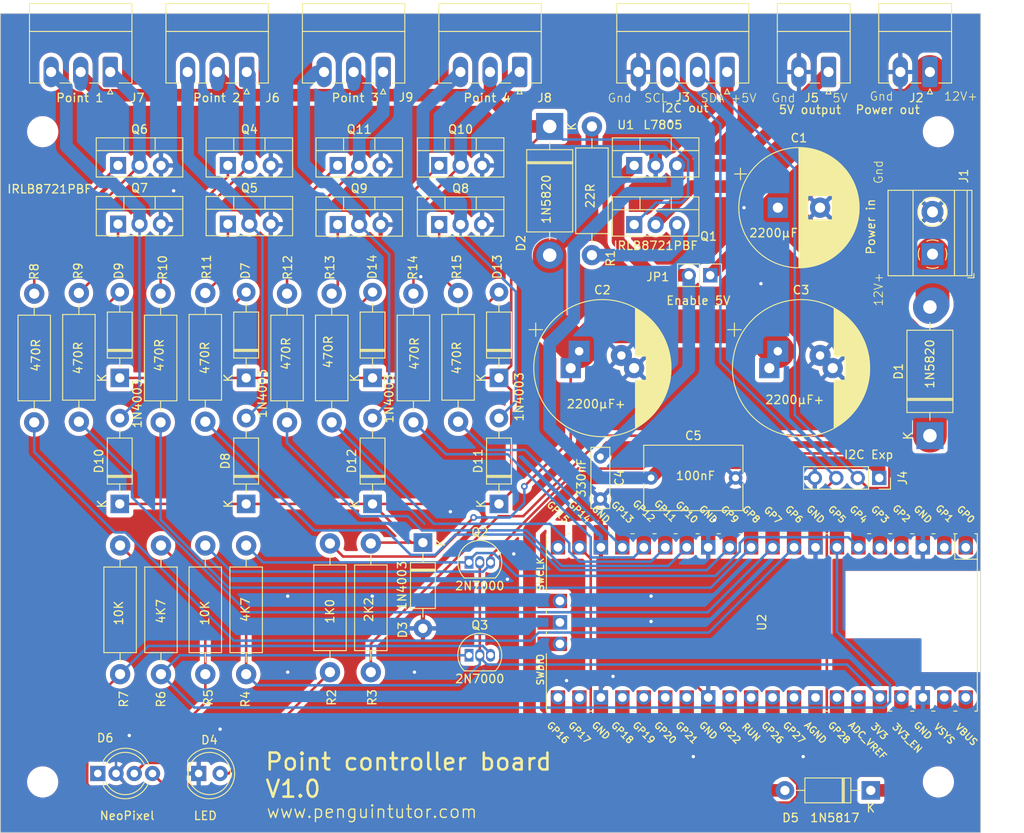
<source format=kicad_pcb>
(kicad_pcb (version 20221018) (generator pcbnew)
  (layers (0 "F.Cu" signal) (31 "B.Cu" signal) (34 "B.Paste" user) (35 "F.Paste" user) (36 "B.SilkS" user "B.Silkscreen") (37 "F.SilkS" user "F.Silkscreen") (38 "B.Mask" user) (39 "F.Mask" user) (44 "Edge.Cuts" user))
  (net 0 "")
  (net 1 "+12V")
  (net 2 "GND")
  (net 3 "Net-(D2-A)")
  (net 4 "Net-(JP1-B)")
  (net 5 "+5V")
  (net 6 "Net-(D1-A)")
  (net 7 "CDU")
  (net 8 "Net-(D4-A)")
  (net 9 "Net-(D5-K)")
  (net 11 "Status")
  (net 12 "Net-(D7-A)")
  (net 13 "Net-(D8-A)")
  (net 14 "Net-(D9-A)")
  (net 15 "Net-(D10-A)")
  (net 16 "Net-(D11-A)")
  (net 17 "Net-(D12-A)")
  (net 18 "Net-(D13-A)")
  (net 19 "Net-(D14-A)")
  (net 20 "I2C 5V SDA")
  (net 21 "I2C 5V SCL")
  (net 22 "Net-(Q1-S)")
  (net 23 "I2C SDA")
  (net 24 "+3.3V")
  (net 25 "I2C SCL")
  (net 26 "Net-(Q4-G)")
  (net 27 "Net-(Q5-G)")
  (net 28 "Net-(Q6-G)")
  (net 29 "Net-(Q7-G)")
  (net 30 "Net-(Q8-G)")
  (net 31 "Net-(Q9-G)")
  (net 32 "Net-(Q10-G)")
  (net 33 "Net-(Q11-G)")
  (net 34 "Point 1A")
  (net 35 "Point 1B")
  (net 36 "Point 2A")
  (net 37 "Point 2B")
  (net 38 "Point 3A")
  (net 39 "Point 3B")
  (net 40 "Point 4A")
  (net 41 "Point 4B")
  (footprint "Package_TO_SOT_THT:TO-220-3_Vertical" (layer "F.Cu") (at 57.92 40.945)
    (fp_text reference "Q7")
    (fp_text value "IRLB8721PBF")
  )
  (footprint "Package_TO_SOT_THT:TO-220-3_Vertical" (layer "F.Cu") (at 119 41)
    (fp_text reference "Q1")
    (fp_text value "IRLB8721PBF")
  )
  (footprint "Resistor_THT:R_Axial_DIN0411_L9.9mm_D3.6mm_P15.24mm_Horizontal" (layer "F.Cu") (at 62.959089 64.419999 90)
    (fp_text reference "R10")
    (fp_text value "470R")
  )
  (footprint "LED_THT:LED_D5.0mm" (layer "F.Cu") (at 67.46 106)
    (fp_text reference "D4")
    (fp_text value "LED")
  )
  (footprint "Package_TO_SOT_THT:TO-220-3_Vertical" (layer "F.Cu") (at 83.92 41)
    (fp_text reference "Q9")
    (fp_text value "IRLB8721PBF" hide)
  )
  (footprint "Diode_THT:D_DO-41_SOD81_P10.16mm_Horizontal" (layer "F.Cu") (at 94 78.66 -90)
    (fp_text reference "D3")
    (fp_text value "1N4003")
  )
  (footprint "Package_TO_SOT_THT:TO-92_Inline" (layer "F.Cu") (at 99.46 81)
    (fp_text reference "Q2")
    (fp_text value "2N7000")
  )
  (footprint "Diode_THT:D_DO-41_SOD81_P10.16mm_Horizontal" (layer "F.Cu") (at 88.040904 59.16 90)
    (fp_text reference "D14")
    (fp_text value "1N4003" hide)
  )
  (footprint "Connector_Phoenix_MC:PhoenixContact_MC_1,5_3-G-3.5_1x03_P3.50mm_Horizontal" (layer "F.Cu") (at 89.296666 22.9325 180)
    (fp_text reference "J9")
    (fp_text value "Point 3")
  )
  (footprint "Diode_THT:D_DO-201AD_P15.24mm_Horizontal" (layer "F.Cu") (at 154 66 90)
    (fp_text reference "D1")
    (fp_text value "1N5820")
  )
  (footprint "Package_TO_SOT_THT:TO-220-3_Vertical" (layer "F.Cu") (at 70.92 40.945)
    (fp_text reference "Q5")
    (fp_text value "IRLB8721PBF" hide)
  )
  (footprint "Resistor_THT:R_Axial_DIN0411_L9.9mm_D3.6mm_P15.24mm_Horizontal" (layer "F.Cu") (at 53.286363 64.34 90)
    (fp_text reference "R9")
    (fp_text value "470R")
  )
  (footprint "Package_TO_SOT_THT:TO-92_Inline" (layer "F.Cu") (at 99.46 92)
    (fp_text reference "Q3")
    (fp_text value "2N7000")
  )
  (footprint "Package_TO_SOT_THT:TO-220-3_Vertical" (layer "F.Cu") (at 57.92 34)
    (fp_text reference "Q6")
    (fp_text value "IRLB8721PBF" hide)
  )
  (footprint "Diode_THT:D_DO-41_SOD81_P10.16mm_Horizontal" (layer "F.Cu") (at 73.081815 59.16 90)
    (fp_text reference "D7")
    (fp_text value "1N4003" hide)
  )
  (footprint "Capacitor_THT:C_Rect_L7.0mm_W2.0mm_P5.00mm" (layer "F.Cu") (at 115 68.5 -90)
    (fp_text reference "C4")
    (fp_text value "330nF")
  )
  (footprint "Resistor_THT:R_Axial_DIN0411_L9.9mm_D3.6mm_P15.24mm_Horizontal" (layer "F.Cu") (at 87.83637 94 90)
    (fp_text reference "R3")
    (fp_text value "2K2")
  )
  (footprint "Connector_Phoenix_MC:PhoenixContact_MC_1,5_4-G-3.5_1x04_P3.50mm_Horizontal" (layer "F.Cu") (at 130 22.9325 180)
    (fp_text reference "J3")
    (fp_text value "I2C out")
  )
  (footprint "Resistor_THT:R_Axial_DIN0411_L9.9mm_D3.6mm_P15.24mm_Horizontal" (layer "F.Cu") (at 63 79 -90)
    (fp_text reference "R6")
    (fp_text value "4K7")
  )
  (footprint "Connector_Phoenix_MC:PhoenixContact_MC_1,5_2-G-3.5_1x02_P3.50mm_Horizontal" (layer "F.Cu") (at 142 22.9325 180)
    (fp_text reference "J5")
    (fp_text value "5V output")
  )
  (footprint "Diode_THT:D_DO-41_SOD81_P10.16mm_Horizontal" (layer "F.Cu") (at 88.040904 74.08 90)
    (fp_text reference "D12")
    (fp_text value "1N4003")
  )
  (footprint "Resistor_THT:R_Axial_DIN0411_L9.9mm_D3.6mm_P15.24mm_Horizontal" (layer "F.Cu") (at 68.245452 64.34 90)
    (fp_text reference "R11")
    (fp_text value "470R")
  )
  (footprint "Custom_footprints:CP_Radial_D16.0mm_P7.50mm_P5.00mm" (layer "F.Cu") (at 135 58)
    (fp_text reference "C3")
    (fp_text value "2200μF+")
  )
  (footprint "Package_TO_SOT_THT:TO-220-3_Vertical" (layer "F.Cu") (at 119 34)
    (fp_text reference "U1")
    (fp_text value "L7805")
  )
  (footprint "Diode_THT:D_DO-41_SOD81_P10.16mm_Horizontal" (layer "F.Cu") (at 73.081815 74.08 90)
    (fp_text reference "D8")
    (fp_text value "1N4003")
  )
  (footprint "Diode_THT:D_DO-41_SOD81_P10.16mm_Horizontal" (layer "F.Cu") (at 103 59.16 90)
    (fp_text reference "D13")
    (fp_text value "1N4003" hide)
  )
  (footprint "Diode_THT:D_DO-201AD_P15.24mm_Horizontal" (layer "F.Cu") (at 109 29.38 -90)
    (fp_text reference "D2")
    (fp_text value "1N5820")
  )
  (footprint "Resistor_THT:R_Axial_DIN0411_L9.9mm_D3.6mm_P15.24mm_Horizontal" (layer "F.Cu") (at 92.877267 64.419999 90)
    (fp_text reference "R14")
    (fp_text value "470R")
  )
  (footprint "Connector_Phoenix_MC:PhoenixContact_MC_1,5_3-G-3.5_1x03_P3.50mm_Horizontal" (layer "F.Cu") (at 105.445 22.9325 180)
    (fp_text reference "J8")
    (fp_text value "Point 4")
  )
  (footprint "MountingHole:MountingHole_3.2mm_M3" (layer "F.Cu") (at 49 30)
    (fp_text reference "H1" hide)
    (fp_text value "MountingHole" hide)
  )
  (footprint "TerminalBlock_Phoenix:TerminalBlock_Phoenix_MKDS-1,5-2_1x02_P5.00mm_Horizontal" (layer "F.Cu") (at 154.305 44.5 90)
    (fp_text reference "J1")
    (fp_text value "Power in")
  )
  (footprint "MountingHole:MountingHole_3.2mm_M3" (layer "F.Cu") (at 49 107)
    (fp_text reference "H3" hide)
    (fp_text value "MountingHole" hide)
  )
  (footprint "Connector_PinHeader_2.54mm:PinHeader_1x02_P2.54mm_Vertical" (layer "F.Cu") (at 128 47 -90)
    (fp_text reference "JP1")
    (fp_text value "Enable 5V")
  )
  (footprint "Diode_THT:D_DO-41_SOD81_P10.16mm_Horizontal" (layer "F.Cu") (at 103 74.08 90)
    (fp_text reference "D11")
    (fp_text value "1N4003")
  )
  (footprint "Capacitor_THT:CP_Radial_D14.0mm_P5.00mm" (layer "F.Cu") (at 136 39)
    (fp_text reference "C1")
    (fp_text value "2200μF")
  )
  (footprint "Package_TO_SOT_THT:TO-220-3_Vertical" (layer "F.Cu") (at 95.92 41)
    (fp_text reference "Q8")
    (fp_text value "IRLB8721PBF" hide)
  )
  (footprint "Diode_THT:D_DO-41_SOD81_P10.16mm_Horizontal" (layer "F.Cu") (at 58.122726 59.16 90)
    (fp_text reference "D9")
    (fp_text value "1N4003" hide)
  )
  (footprint "Resistor_THT:R_Axial_DIN0411_L9.9mm_D3.6mm_P15.24mm_Horizontal" (layer "F.Cu") (at 114 44.62 90)
    (fp_text reference "R1")
    (fp_text value "22R")
  )
  (footprint "Resistor_THT:R_Axial_DIN0411_L9.9mm_D3.6mm_P15.24mm_Horizontal" (layer "F.Cu") (at 48 64.419999 90)
    (fp_text reference "R8")
    (fp_text value "470R")
  )
  (footprint "MountingHole:MountingHole_3.2mm_M3" (layer "F.Cu") (at 155 30)
    (fp_text reference "H2" hide)
    (fp_text value "MountingHole" hide)
  )
  (footprint "Connector_Phoenix_MC:PhoenixContact_MC_1,5_3-G-3.5_1x03_P3.50mm_Horizontal" (layer "F.Cu") (at 73.148333 22.9325 180)
    (fp_text reference "J6")
    (fp_text value "Point 2")
  )
  (footprint "Resistor_THT:R_Axial_DIN0411_L9.9mm_D3.6mm_P15.24mm_Horizontal" (layer "F.Cu") (at 77.918178 64.419999 90)
    (fp_text reference "R12")
    (fp_text value "470R")
  )
  (footprint "Resistor_THT:R_Axial_DIN0411_L9.9mm_D3.6mm_P15.24mm_Horizontal" (layer "F.Cu") (at 83 78.76 -90)
    (fp_text reference "R2")
    (fp_text value "1K0")
  )
  (footprint "Capacitor_THT:C_Rect_L11.5mm_W7.5mm_P10.00mm_MKT" (layer "F.Cu") (at 121 71)
    (fp_text reference "C5")
    (fp_text value "100nF")
  )
  (footprint "Package_TO_SOT_THT:TO-220-3_Vertical" (layer "F.Cu") (at 83.92 34)
    (fp_text reference "Q11")
    (fp_text value "IRLB8721PBF" hide)
  )
  (footprint "Connector_Phoenix_MC:PhoenixContact_MC_1,5_3-G-3.5_1x03_P3.50mm_Horizontal" (layer "F.Cu") (at 57 22.9325 180)
    (fp_text reference "J7")
    (fp_text value "Point 1")
  )
  (footprint "Resistor_THT:R_Axial_DIN0411_L9.9mm_D3.6mm_P15.24mm_Horizontal" (layer "F.Cu") (at 68.245452 94.24 90)
    (fp_text reference "R5")
    (fp_text value "10K")
  )
  (footprint "Connector_Phoenix_MC:PhoenixContact_MC_1,5_2-G-3.5_1x02_P3.50mm_Horizontal" (layer "F.Cu") (at 154 22.9325 180)
    (fp_text reference "J2")
    (fp_text value "Power out")
  )
  (footprint "MountingHole:MountingHole_3.2mm_M3" (layer "F.Cu") (at 155 107)
    (fp_text reference "H4" hide)
    (fp_text value "MountingHole" hide)
  )
  (footprint "LED_THT:LED_D5.0mm-4_RGB_Wide_Pins" (layer "F.Cu") (at 55.523 106)
    (fp_text reference "D6")
    (fp_text value "NeoPixel")
  )
  (footprint "Pico:RPi_Pico_SMD_TH" (layer "F.Cu") (at 134.11 88.11 -90)
    (fp_text reference "U2")
    (fp_text value "Pico")
  )
  (footprint "Resistor_THT:R_Axial_DIN0411_L9.9mm_D3.6mm_P15.24mm_Horizontal" (layer "F.Cu") (at 98.16363 64.34 90)
    (fp_text reference "R15")
    (fp_text value "470R")
  )
  (footprint "Diode_THT:D_DO-41_SOD81_P10.16mm_Horizontal" (layer "F.Cu") (at 147 108 180)
    (fp_text reference "D5")
    (fp_text value "1N5817")
  )
  (footprint "Connector_PinSocket_2.54mm:PinSocket_1x04_P2.54mm_Vertical" (layer "F.Cu") (at 148 71 -90)
    (fp_text reference "J4")
    (fp_text value "I2C Exp")
  )
  (footprint "Resistor_THT:R_Axial_DIN0411_L9.9mm_D3.6mm_P15.24mm_Horizontal" (layer "F.Cu") (at 58.163637 79 -90)
    (fp_text reference "R7")
    (fp_text value "10K")
  )
  (footprint "Resistor_THT:R_Axial_DIN0411_L9.9mm_D3.6mm_P15.24mm_Horizontal" (layer "F.Cu") (at 73.081815 94.24 90)
    (fp_text reference "R4")
    (fp_text value "4K7")
  )
  (footprint "Resistor_THT:R_Axial_DIN0411_L9.9mm_D3.6mm_P15.24mm_Horizontal" (layer "F.Cu") (at 83.204541 64.419999 90)
    (fp_text reference "R13")
    (fp_text value "470R")
  )
  (footprint "Diode_THT:D_DO-41_SOD81_P10.16mm_Horizontal" (layer "F.Cu") (at 58.122726 74.08 90)
    (fp_text reference "D10")
    (fp_text value "1N4003")
  )
  (footprint "Package_TO_SOT_THT:TO-220-3_Vertical" (layer "F.Cu") (at 70.92 34)
    (fp_text reference "Q4")
    (fp_text value "IRLB8721PBF" hide)
  )
  (footprint "Package_TO_SOT_THT:TO-220-3_Vertical" (layer "F.Cu") (at 95.92 34)
    (fp_text reference "Q10")
    (fp_text value "IRLB8721PBF" hide)
  )
  (footprint "Custom_footprints:CP_Radial_D16.0mm_P7.50mm_P5.00mm" (layer "F.Cu") (at 111.487246 58)
    (fp_text reference "C2")
    (fp_text value "2200μF+")
  )
  (gr_rect (start 44 16) (end 160 113) (stroke (width 0.1)) (fill none) (layer "Edge.Cuts"))
  (gr_text "Point controller board\nV1.0" (at 75.2 109) (layer "F.SilkS") (effects (font (size 2 2) (thickness 0.3)) (justify left bottom)))
  (gr_text "5V" (at 142.4 26.6) (layer "F.SilkS") (effects (font (size 1 1) (thickness 0.1)) (justify left bottom)))
  (gr_text "Gnd" (at 135.2 26.6) (layer "F.SilkS") (effects (font (size 1 1) (thickness 0.1)) (justify left bottom)))
  (gr_text "Gnd" (at 146.8 26.4) (layer "F.SilkS") (effects (font (size 1 1) (thickness 0.1)) (justify left bottom)))
  (gr_text "Gnd" (at 148.5 36.25 90) (layer "F.SilkS") (effects (font (size 1 1) (thickness 0.1)) (justify left bottom)))
  (gr_text "SDA +5V" (at 126.8 26.6) (layer "F.SilkS") (effects (font (size 1 1) (thickness 0.1)) (justify left bottom)))
  (gr_text "12V+" (at 148.5 50.75 90) (layer "F.SilkS") (effects (font (size 1 1) (thickness 0.1)) (justify left bottom)))
  (gr_text "12V+" (at 155.6 26.4) (layer "F.SilkS") (effects (font (size 1 1) (thickness 0.1)) (justify left bottom)))
  (gr_text "Gnd  SCL" (at 115.8 26.6) (layer "F.SilkS") (effects (font (size 1 1) (thickness 0.1)) (justify left bottom)))
  (gr_text "www.penguintutor.com" (at 75.4 111.4) (layer "F.SilkS") (effects (font (size 1.5 1.5)) (justify left bottom)))
  (segment (start 87.83637 90.64863) (end 102.955 75.53) (width 0.3) (layer "F.Cu") (net 1))
  (segment (start 136 39) (end 138.5 36.5) (width 4) (layer "F.Cu") (net 1))
  (segment (start 115.4 66) (end 154 66) (width 0.3) (layer "F.Cu") (net 1))
  (segment (start 125.841959 36.5) (end 138.5 36.5) (width 1.5) (layer "F.Cu") (net 1))
  (segment (start 138.5 36.5) (end 148.0675 26.9325) (width 4) (layer "F.Cu") (net 1))
  (segment (start 121.54 40.801959) (end 125.841959 36.5) (width 1.5) (layer "F.Cu") (net 1))
  (segment (start 128 47) (end 136 39) (width 1.5) (layer "F.Cu") (net 1))
  (segment (start 154 22.9325) (end 154 22.948795) (width 1.5) (layer "F.Cu") (net 1))
  (segment (start 151.784062 26.9325) (end 154 24.716562) (width 4) (layer "F.Cu") (net 1))
  (segment (start 154 66) (end 154 57) (width 4) (layer "F.Cu") (net 1))
  (segment (start 105.87 75.53) (end 115.4 66) (width 0.3) (layer "F.Cu") (net 1))
  (segment (start 121.54 41) (end 121.54 40.801959) (width 1.5) (layer "F.Cu") (net 1))
  (segment (start 154 24.716562) (end 154 22.9325) (width 4) (layer "F.Cu") (net 1))
  (segment (start 148.0675 26.9325) (end 151.784062 26.9325) (width 4) (layer "F.Cu") (net 1))
  (segment (start 102.955 75.53) (end 105.87 75.53) (width 0.3) (layer "F.Cu") (net 1))
  (segment (start 87.83637 94) (end 87.83637 90.64863) (width 0.3) (layer "F.Cu") (net 1))
  (segment (start 154 57) (end 136 39) (width 4) (layer "F.Cu") (net 1))
  (segment (start 121.54 30.46) (end 123.25 28.75) (width 1.5) (layer "F.Cu") (net 2))
  (segment (start 127.76 97) (end 125.26 94.5) (width 0.3) (layer "F.Cu") (net 2))
  (segment (start 125.26 94.5) (end 116.5 94.5) (width 0.3) (layer "F.Cu") (net 2))
  (segment (start 115.06 97) (end 115.06 95.94) (width 0.3) (layer "F.Cu") (net 2))
  (segment (start 115.06 95.94) (end 116.5 94.5) (width 0.3) (layer "F.Cu") (net 2))
  (segment (start 121.54 34) (end 121.54 30.46) (width 1.5) (layer "F.Cu") (net 2))
  (via (at 64.5 37) (size 0.8) (drill 0.4) (layers "F.Cu" "B.Cu") (net 2))
  (via (at 78 85) (size 0.8) (drill 0.4) (layers "F.Cu" "B.Cu") (net 2))
  (via (at 123.25 28.75) (size 0.8) (drill 0.4) (layers "F.Cu" "B.Cu") (net 2))
  (via (at 104.75 80) (size 0.8) (drill 0.4) (layers "F.Cu" "B.Cu") (net 2))
  (via (at 128.5 76) (size 0.8) (drill 0.4) (layers "F.Cu" "B.Cu") (net 2))
  (via (at 139 104) (size 0.8) (drill 0.4) (layers "F.Cu" "B.Cu") (net 2))
  (via (at 121 85) (size 0.8) (drill 0.4) (layers "F.Cu" "B.Cu") (net 2))
  (via (at 78 94) (size 0.8) (drill 0.4) (layers "F.Cu" "B.Cu") (net 2))
  (via (at 134 48) (size 0.8) (drill 0.4) (layers "F.Cu" "B.Cu") (net 2))
  (via (at 88 85) (size 0.8) (drill 0.4) (layers "F.Cu" "B.Cu") (net 2))
  (via (at 126 104) (size 0.8) (drill 0.4) (layers "F.Cu" "B.Cu") (net 2))
  (via (at 93.75 47.17738) (size 0.8) (drill 0.4) (layers "F.Cu" "B.Cu") (net 2))
  (via (at 93 94) (size 0.8) (drill 0.4) (layers "F.Cu" "B.Cu") (net 2))
  (via (at 132 39) (size 0.8) (drill 0.4) (layers "F.Cu" "B.Cu") (net 2))
  (via (at 121 88) (size 0.8) (drill 0.4) (layers "F.Cu" "B.Cu") (net 2))
  (via (at 59.25 101.5) (size 0.8) (drill 0.4) (layers "F.Cu" "B.Cu") (net 2))
  (via (at 104 83) (size 0.8) (drill 0.4) (layers "F.Cu" "B.Cu") (net 2))
  (via (at 70 100.75) (size 0.8) (drill 0.4) (layers "F.Cu" "B.Cu") (net 2))
  (via (at 111 95) (size 0.8) (drill 0.4) (layers "F.Cu" "B.Cu") (net 2))
  (via (at 116.5 94.5) (size 0.8) (drill 0.4) (layers "F.Cu" "B.Cu") (net 2))
  (via (at 97.25 75) (size 0.8) (drill 0.4) (layers "F.Cu" "B.Cu") (net 2))
  (segment (start 67.46 106) (end 67.46 103.29) (width 0.3) (layer "B.Cu") (net 2))
  (segment (start 127.76 79.22) (end 127.76 76.74) (width 0.3) (layer "B.Cu") (net 2))
  (segment (start 67.46 103.29) (end 70 100.75) (width 0.3) (layer "B.Cu") (net 2))
  (segment (start 127.76 76.74) (end 128.5 76) (width 0.3) (layer "B.Cu") (net 2))
  (segment (start 63 38.5) (end 64.5 37) (width 0.3) (layer "B.Cu") (net 2))
  (segment (start 57.682 103.068) (end 59.25 101.5) (width 0.3) (layer "B.Cu") (net 2))
  (segment (start 63 40.945) (end 63 38.5) (width 0.3) (layer "B.Cu") (net 2))
  (segment (start 57.682 106) (end 57.682 103.068) (width 0.3) (layer "B.Cu") (net 2))
  (segment (start 114 29.38) (end 114 39.62) (width 1.5) (layer "F.Cu") (net 3))
  (segment (start 109 44.62) (end 109 52.512754) (width 4) (layer "F.Cu") (net 3))
  (segment (start 111.487246 66.512754) (end 111.487246 58) (width 0.3) (layer "F.Cu") (net 3))
  (segment (start 83 78.76) (end 84.55 80.31) (width 0.3) (layer "F.Cu") (net 3))
  (segment (start 84.55 80.31) (end 95.374053 80.31) (width 0.3) (layer "F.Cu") (net 3))
  (segment (start 95.374053 80.31) (end 100 75.684053) (width 0.3) (layer "F.Cu") (net 3))
  (segment (start 133.05 53.05) (end 136 56) (width 4) (layer "F.Cu") (net 3))
  (segment (start 106 72) (end 111.487246 66.512754) (width 0.3) (layer "F.Cu") (net 3))
  (segment (start 114 39.62) (end 109 44.62) (width 1.5) (layer "F.Cu") (net 3))
  (segment (start 109 52.512754) (end 112.487246 56) (width 4) (layer "F.Cu") (net 3))
  (segment (start 115.437246 53.05) (end 133.05 53.05) (width 4) (layer "F.Cu") (net 3))
  (segment (start 112.487246 56) (end 115.437246 53.05) (width 4) (layer "F.Cu") (net 3))
  (via (at 106 72) (size 0.8) (drill 0.4) (layers "F.Cu" "B.Cu") (net 3))
  (via (at 100 75.684053) (size 0.8) (drill 0.4) (layers "F.Cu" "B.Cu") (net 3))
  (segment (start 106 73.98) (end 106 72) (width 0.3) (layer "B.Cu") (net 3))
  (segment (start 100 75.684053) (end 104.295947 75.684053) (width 0.3) (layer "B.Cu") (net 3))
  (segment (start 104.295947 75.684053) (end 106 73.98) (width 0.3) (layer "B.Cu") (net 3))
  (segment (start 121.1475 47) (end 117.0975 42.95) (width 1.5) (layer "F.Cu") (net 4))
  (segment (start 117.0975 42.95) (end 117.0975 35.9025) (width 1.5) (layer "F.Cu") (net 4))
  (segment (start 125.46 47) (end 121.1475 47) (width 1.5) (layer "F.Cu") (net 4))
  (segment (start 117.0975 35.9025) (end 119 34) (width 1.5) (layer "F.Cu") (net 4))
  (segment (start 125.46 58.04) (end 125.46 47) (width 1.5) (layer "B.Cu") (net 4))
  (segment (start 115 68.5) (end 125.46 58.04) (width 1.5) (layer "B.Cu") (net 4))
  (segment (start 68.245452 89.081815) (end 58.163637 79) (width 0.3) (layer "F.Cu") (net 5))
  (segment (start 59.841 106) (end 61.091 104.75) (width 0.3) (layer "F.Cu") (net 5))
  (segment (start 122.8 69.2) (end 147.2 69.2) (width 1.5) (layer "F.Cu") (net 5))
  (segment (start 68.245452 94.24) (end 68.245452 97.595548) (width 0.3) (layer "F.Cu") (net 5))
  (segment (start 68.245452 94.24) (end 68.245452 89.081815) (width 0.3) (layer "F.Cu") (net 5))
  (segment (start 106.61 77.19) (end 112.8 71) (width 1.5) (layer "F.Cu") (net 5))
  (segment (start 148 70) (end 148 71) (width 1.5) (layer "F.Cu") (net 5))
  (segment (start 112.8 71) (end 121 71) (width 1.5) (layer "F.Cu") (net 5))
  (segment (start 121 71) (end 122.8 69.2) (width 1.5) (layer "F.Cu") (net 5))
  (segment (start 124.08 34) (end 130.948795 34) (width 1.5) (layer "F.Cu") (net 5))
  (segment (start 130 28.08) (end 124.08 34) (width 1.5) (layer "F.Cu") (net 5))
  (segment (start 130.948795 34) (end 142 22.948795) (width 1.5) (layer "F.Cu") (net 5))
  (segment (start 136.84 108) (end 117 108) (width 1.5) (layer "F.Cu") (net 5))
  (segment (start 63.71 104.75) (end 66.96 108) (width 0.3) (layer "F.Cu") (net 5))
  (segment (start 68.245452 97.595548) (end 59.841 106) (width 0.3) (layer "F.Cu") (net 5))
  (segment (start 130 22.9325) (end 130 28.08) (width 1.5) (layer "F.Cu") (net 5))
  (segment (start 117 108) (end 115.58 108) (width 1.5) (layer "F.Cu") (net 5))
  (segment (start 147.2 69.2) (end 148 70) (width 1.5) (layer "F.Cu") (net 5))
  (segment (start 142 22.948795) (end 142 22.9325) (width 1.5) (layer "F.Cu") (net 5))
  (segment (start 115.58 108) (end 106.61 99.03) (width 1.5) (layer "F.Cu") (net 5))
  (segment (start 61.091 104.75) (end 63.71 104.75) (width 0.3) (layer "F.Cu") (net 5))
  (segment (start 106.61 99.03) (end 106.61 77.19) (width 1.5) (layer "F.Cu") (net 5))
  (segment (start 66.96 108) (end 117 108) (width 0.3) (layer "F.Cu") (net 5))
  (segment (start 109 55.087246) (end 109 65) (width 1.5) (layer "B.Cu") (net 5))
  (segment (start 111.85 52.237246) (end 109 55.087246) (width 1.5) (layer "B.Cu") (net 5))
  (segment (start 124.08 34) (end 124.08 37.298041) (width 1.5) (layer "B.Cu") (net 5))
  (segment (start 111.85 43.72944) (end 111.85 52.237246) (width 1.5) (layer "B.Cu") (net 5))
  (segment (start 118.281399 37.298041) (end 111.85 43.72944) (width 1.5) (layer "B.Cu") (net 5))
  (segment (start 142 22.9325) (end 142 22.948795) (width 1.5) (layer "B.Cu") (net 5))
  (segment (start 109 65) (end 115 71) (width 1.5) (layer "B.Cu") (net 5))
  (segment (start 115 71) (end 121 71) (width 1.5) (layer "B.Cu") (net 5))
  (segment (start 124.08 37.298041) (end 118.281399 37.298041) (width 1.5) (layer "B.Cu") (net 5))
  (segment (start 154.305 44.5) (end 154.305 50.455) (width 4) (layer "F.Cu") (net 6))
  (segment (start 154.305 50.455) (end 154 50.76) (width 4) (layer "F.Cu") (net 6))
  (segment (start 154.305 50.455) (end 154 50.76) (width 4) (layer "B.Cu") (net 6))
  (segment (start 53.5 23.329556) (end 53.5 22.9325) (width 1.5) (layer "F.Cu") (net 7))
  (segment (start 101.945 25.945) (end 101.945 22.9325) (width 1.5) (layer "F.Cu") (net 7))
  (segment (start 94 78.66) (end 92.620904 78.66) (width 0.3) (layer "F.Cu") (net 7))
  (segment (start 103 59.16) (end 104.45 57.71) (width 0.3) (layer "F.Cu") (net 7))
  (segment (start 55.852944 25.6825) (end 53.5 23.329556) (width 1.5) (layer "F.Cu") (net 7))
  (segment (start 101.6825 25.6825) (end 89 25.6825) (width 1.5) (layer "F.Cu") (net 7))
  (segment (start 105.38 29.38) (end 103 27) (width 1.5) (layer "F.Cu") (net 7))
  (segment (start 103 59.16) (end 88.040904 59.16) (width 0.3) (layer "F.Cu") (net 7))
  (segment (start 109 29.38) (end 105.38 29.38) (width 1.5) (layer "F.Cu") (net 7))
  (segment (start 104.45 72.63) (end 103 74.08) (width 0.3) (layer "F.Cu") (net 7))
  (segment (start 88.040904 59.16) (end 58.122726 59.16) (width 0.3) (layer "F.Cu") (net 7))
  (segment (start 73 25.6825) (end 55.852944 25.6825) (width 1.5) (layer "F.Cu") (net 7))
  (segment (start 72.001277 25.6825) (end 69.648333 23.329556) (width 1.5) (layer "F.Cu") (net 7))
  (segment (start 58.202726 74) (end 58.122726 74.08) (width 1.5) (layer "F.Cu") (net 7))
  (segment (start 85.796666 23.329556) (end 85.796666 22.9325) (width 1.5) (layer "F.Cu") (net 7))
  (segment (start 92.620904 78.66) (end 88.040904 74.08) (width 0.3) (layer "F.Cu") (net 7))
  (segment (start 73 25.6825) (end 72.001277 25.6825) (width 1.5) (layer "F.Cu") (net 7))
  (segment (start 88.14961 25.6825) (end 85.796666 23.329556) (width 1.5) (layer "F.Cu") (net 7))
  (segment (start 87.93637 78.66) (end 87.83637 78.76) (width 0.3) (layer "F.Cu") (net 7))
  (segment (start 103 27) (end 101.945 25.945) (width 1.5) (layer "F.Cu") (net 7))
  (segment (start 103 59.16) (end 104.45 60.61) (width 0.3) (layer "F.Cu") (net 7))
  (segment (start 103 27) (end 101.6825 25.6825) (width 1.5) (layer "F.Cu") (net 7))
  (segment (start 104.45 57.71) (end 104.45 33.93) (width 0.3) (layer "F.Cu") (net 7))
  (segment (start 94 78.66) (end 87.93637 78.66) (width 0.3) (layer "F.Cu") (net 7))
  (segment (start 89 25.6825) (end 88.14961 25.6825) (width 1.5) (layer "F.Cu") (net 7))
  (segment (start 69.648333 23.329556) (end 69.648333 22.9325) (width 1.5) (layer "F.Cu") (net 7))
  (segment (start 103 74.08) (end 58.122726 74.08) (width 0.3) (layer "F.Cu") (net 7))
  (segment (start 104.45 33.93) (end 109 29.38) (width 0.3) (layer "F.Cu") (net 7))
  (segment (start 89 25.6825) (end 73 25.6825) (width 1.5) (layer "F.Cu") (net 7))
  (segment (start 104.45 60.61) (end 104.45 72.63) (width 0.3) (layer "F.Cu") (net 7))
  (segment (start 124.601959 38.398041) (end 125.3825 37.6175) (width 0.3) (layer "B.Cu") (net 7))
  (segment (start 69.648333 24.4325) (end 69.648333 22.9325) (width 1.5) (layer "B.Cu") (net 7))
  (segment (start 119 41) (end 121.601959 38.398041) (width 0.3) (layer "B.Cu") (net 7))
  (segment (start 85.796666 24.4325) (end 85.796666 22.9325) (width 1.5) (layer "B.Cu") (net 7))
  (segment (start 110.55 30.93) (end 109 29.38) (width 0.3) (layer "B.Cu") (net 7))
  (segment (start 53.5 24.4325) (end 53.5 22.9325) (width 1.5) (layer "B.Cu") (net 7))
  (segment (start 121.601959 38.398041) (end 124.601959 38.398041) (width 0.3) (layer "B.Cu") (net 7))
  (segment (start 122.93 30.93) (end 110.55 30.93) (width 0.3) (layer "B.Cu") (net 7))
  (segment (start 125.3825 33.3825) (end 122.93 30.93) (width 0.3) (layer "B.Cu") (net 7))
  (segment (start 125.3825 37.6175) (end 125.3825 33.3825) (width 0.3) (layer "B.Cu") (net 7))
  (segment (start 83 94) (end 71 106) (width 0.3) (layer "F.Cu") (net 8))
  (segment (start 71 106) (end 70 106) (width 0.3) (layer "F.Cu") (net 8))
  (segment (start 149.6 108) (end 155.7 101.9) (width 1.5) (layer "F.Cu") (net 9))
  (segment (start 147 108) (end 149.6 108) (width 1.5) (layer "F.Cu") (net 9))
  (segment (start 155.7 101.9) (end 155.7 97) (width 1.5) (layer "F.Cu") (net 9))
  (segment (start 137.44061 109.45) (end 138.29 108.60061) (width 0.3) (layer "F.Cu") (net 11))
  (segment (start 62 106) (end 65.45 109.45) (width 0.3) (layer "F.Cu") (net 11))
  (segment (start 113.86 80.56) (end 112.52 79.22) (width 0.3) (layer "F.Cu") (net 11))
  (segment (start 65.45 109.45) (end 137.44061 109.45) (width 0.3) (layer "F.Cu") (net 11))
  (segment (start 138.29 108.60061) (end 138.29 107.29) (width 0.3) (layer "F.Cu") (net 11))
  (segment (start 131 100) (end 113.86 100) (width 0.3) (layer "F.Cu") (net 11))
  (segment (start 138.29 107.29) (end 131 100) (width 0.3) (layer "F.Cu") (net 11))
  (segment (start 113.86 100) (end 113.86 80.56) (width 0.3) (layer "F.Cu") (net 11))
  (segment (start 65.8 51.2) (end 66.8 52.2) (width 0.3) (layer "F.Cu") (net 12))
  (segment (start 70 52.081815) (end 73.081815 49) (width 0.3) (layer "F.Cu") (net 12))
  (segment (start 70 52.2) (end 70 52.081815) (width 0.3) (layer "F.Cu") (net 12))
  (segment (start 65.8 41.66) (end 65.8 51.2) (width 0.3) (layer "F.Cu") (net 12))
  (segment (start 73.46 34) (end 65.8 41.66) (width 0.3) (layer "F.Cu") (net 12))
  (segment (start 66.8 52.2) (end 70 52.2) (width 0.3) (layer "F.Cu") (net 12))
  (segment (start 73.46 23.244167) (end 73.148333 22.9325) (width 1.5) (layer "B.Cu") (net 12))
  (segment (start 73.46 34) (end 73.46 23.244167) (width 1.5) (layer "B.Cu") (net 12))
  (segment (start 73.081815 63.92) (end 75 62.001815) (width 0.3) (layer "B.Cu") (net 13))
  (segment (start 69.8225 36) (end 69.0675 36) (width 1.5) (layer "B.Cu") (net 13))
  (segment (start 73.46 39.6375) (end 69.8225 36) (width 1.5) (layer "B.Cu") (net 13))
  (segment (start 69.0675 36) (end 66.148333 33.080833) (width 1.5) (layer "B.Cu") (net 13))
  (segment (start 73.46 40.945) (end 73.46 39.6375) (width 1.5) (layer "B.Cu") (net 13))
  (segment (start 66.148333 33.080833) (end 66.148333 22.9325) (width 1.5) (layer "B.Cu") (net 13))
  (segment (start 75 62.001815) (end 75 42.485) (width 0.3) (layer "B.Cu") (net 13))
  (segment (start 75 42.485) (end 73.46 40.945) (width 0.3) (layer "B.Cu") (net 13))
  (segment (start 55.6 52.8) (end 55.6 51.522726) (width 0.3) (layer "F.Cu") (net 14))
  (segment (start 60.46 34) (end 51 43.46) (width 0.3) (layer "F.Cu") (net 14))
  (segment (start 55.6 51.522726) (end 58.122726 49) (width 0.3) (layer "F.Cu") (net 14))
  (segment (start 51 43.46) (end 51 52) (width 0.3) (layer "F.Cu") (net 14))
  (segment (start 51 52) (end 52.6 53.6) (width 0.3) (layer "F.Cu") (net 14))
  (segment (start 52.6 53.6) (end 54.8 53.6) (width 0.3) (layer "F.Cu") (net 14))
  (segment (start 54.8 53.6) (end 55.6 52.8) (width 0.3) (layer "F.Cu") (net 14))
  (segment (start 60.46 34) (end 60.46 26.3925) (width 1.5) (layer "B.Cu") (net 14))
  (segment (start 60.46 26.3925) (end 57 22.9325) (width 1.5) (layer "B.Cu") (net 14))
  (segment (start 60.46 61.582726) (end 60.46 40.945) (width 0.3) (layer "B.Cu") (net 15))
  (segment (start 60.46 40.945) (end 60.46 39.278041) (width 1.5) (layer "B.Cu") (net 15))
  (segment (start 58.122726 63.92) (end 60.46 61.582726) (width 0.3) (layer "B.Cu") (net 15))
  (segment (start 60.46 39.278041) (end 57.131959 35.95) (width 1.5) (layer "B.Cu") (net 15))
  (segment (start 51.8 31.7325) (end 51.8 24.7325) (width 1.5) (layer "B.Cu") (net 15))
  (segment (start 57.131959 35.95) (end 56.0175 35.95) (width 1.5) (layer "B.Cu") (net 15))
  (segment (start 51.8 24.7325) (end 50 22.9325) (width 1.5) (layer "B.Cu") (net 15))
  (segment (start 56.0175 35.95) (end 51.8 31.7325) (width 1.5) (layer "B.Cu") (net 15))
  (segment (start 105 48.94939) (end 98.46 42.40939) (width 0.3) (layer "B.Cu") (net 16))
  (segment (start 96.5275 38.46) (end 94 35.9325) (width 1.5) (layer "B.Cu") (net 16))
  (segment (start 98.46 42.40939) (end 98.46 41) (width 0.3) (layer "B.Cu") (net 16))
  (segment (start 94 27.3775) (end 98.445 22.9325) (width 1.5) (layer "B.Cu") (net 16))
  (segment (start 98.46 41) (end 98.46 38.46) (width 1.5) (layer "B.Cu") (net 16))
  (segment (start 98.46 38.46) (end 96.5275 38.46) (width 1.5) (layer "B.Cu") (net 16))
  (segment (start 94 35.9325) (end 94 27.3775) (width 1.5) (layer "B.Cu") (net 16))
  (segment (start 103 63.92) (end 105 61.92) (width 0.3) (layer "B.Cu") (net 16))
  (segment (start 105 61.92) (end 105 48.94939) (width 0.3) (layer "B.Cu") (net 16))
  (segment (start 82.7225 35.95) (end 82.0175 35.95) (width 1.5) (layer "B.Cu") (net 17))
  (segment (start 88.040904 63.92) (end 90 61.960904) (width 0.3) (layer "B.Cu") (net 17))
  (segment (start 86.46 39.6875) (end 82.7225 35.95) (width 1.5) (layer "B.Cu") (net 17))
  (segment (start 81.396666 22.9325) (end 82.296666 22.9325) (width 1.5) (layer "B.Cu") (net 17))
  (segment (start 79.896666 24.4325) (end 81.396666 22.9325) (width 1.5) (layer "B.Cu") (net 17))
  (segment (start 90 61.960904) (end 90 44.54) (width 0.3) (layer "B.Cu") (net 17))
  (segment (start 82.0175 35.95) (end 79.896666 33.829166) (width 1.5) (layer "B.Cu") (net 17))
  (segment (start 86.46 41) (end 86.46 39.6875) (width 1.5) (layer "B.Cu") (net 17))
  (segment (start 79.896666 33.829166) (end 79.896666 24.4325) (width 1.5) (layer "B.Cu") (net 17))
  (segment (start 90 44.54) (end 86.46 41) (width 0.3) (layer "B.Cu") (net 17))
  (segment (start 100.4 51.6) (end 103 49) (width 0.3) (layer "F.Cu") (net 18))
  (segment (start 93.8 45.2) (end 95 46.4) (width 0.3) (layer "F.Cu") (net 18))
  (segment (start 96.2 51.6) (end 100.4 51.6) (width 0.3) (layer "F.Cu") (net 18))
  (segment (start 93.8 38.66) (end 93.8 45.2) (width 0.3) (layer "F.Cu") (net 18))
  (segment (start 95 46.4) (end 95 50.4) (width 0.3) (layer "F.Cu") (net 18))
  (segment (start 95 50.4) (end 96.2 51.6) (width 0.3) (layer "F.Cu") (net 18))
  (segment (start 98.46 34) (end 93.8 38.66) (width 0.3) (layer "F.Cu") (net 18))
  (segment (start 105.445 22.948795) (end 105.445 22.9325) (width 1.5) (layer "B.Cu") (net 18))
  (segment (start 98.46 34) (end 98.46 29.933795) (width 1.5) (layer "B.Cu") (net 18))
  (segment (start 98.46 29.933795) (end 105.445 22.948795) (width 1.5) (layer "B.Cu") (net 18))
  (segment (start 84.440904 52.6) (end 88.040904 49) (width 0.3) (layer "F.Cu") (net 19))
  (segment (start 80.4 40.06) (end 80.4 52.2) (width 0.3) (layer "F.Cu") (net 19))
  (segment (start 80.4 52.2) (end 80.8 52.6) (width 0.3) (layer "F.Cu") (net 19))
  (segment (start 80.8 52.6) (end 84.440904 52.6) (width 0.3) (layer "F.Cu") (net 19))
  (segment (start 86.46 34) (end 80.4 40.06) (width 0.3) (layer "F.Cu") (net 19))
  (segment (start 86.46 30.612129) (end 89.296666 27.775463) (width 1.5) (layer "B.Cu") (net 19))
  (segment (start 86.46 34) (end 86.46 30.612129) (width 1.5) (layer "B.Cu") (net 19))
  (segment (start 89.296666 27.775463) (end 89.296666 22.9325) (width 1.5) (layer "B.Cu") (net 19))
  (segment (start 121.8 68.1) (end 120 69.9) (width 0.3) (layer "F.Cu") (net 20))
  (segment (start 120 69.9) (end 112.344365 69.9) (width 0.3) (layer "F.Cu") (net 20))
  (segment (start 149.2 69.644366) (end 147.655634 68.1) (width 0.3) (layer "F.Cu") (net 20))
  (segment (start 145.46 71) (end 146.66 72.2) (width 0.3) (layer "F.Cu") (net 20))
  (segment (start 146.66 72.2) (end 149.2 72.2) (width 0.3) (layer "F.Cu") (net 20))
  (segment (start 149.2 72.2) (end 149.2 69.644366) (width 0.3) (layer "F.Cu") (net 20))
  (segment (start 112.344365 69.9) (end 102 80.244365) (width 0.3) (layer "F.Cu") (net 20))
  (segment (start 147.655634 68.1) (end 121.8 68.1) (width 0.3) (layer "F.Cu") (net 20))
  (segment (start 102 80.244365) (end 102 81) (width 0.3) (layer "F.Cu") (net 20))
  (segment (start 138 34.4325) (end 138 63.54) (width 0.3) (layer "B.Cu") (net 20))
  (segment (start 68.245452 79) (end 71.345452 82.1) (width 0.3) (layer "B.Cu") (net 20))
  (segment (start 102 81.225) (end 102 81) (width 0.3) (layer "B.Cu") (net 20))
  (segment (start 126.5 22.9325) (end 138 34.4325) (width 0.3) (layer "B.Cu") (net 20))
  (segment (start 101.125 82.1) (end 102 81.225) (width 0.3) (layer "B.Cu") (net 20))
  (segment (start 138 63.54) (end 145.46 71) (width 0.3) (layer "B.Cu") (net 20))
  (segment (start 71.345452 82.1) (end 101.125 82.1) (width 0.3) (layer "B.Cu") (net 20))
  (segment (start 139.33 109.95) (end 141.8 107.48) (width 0.3) (layer "F.Cu") (net 21))
  (segment (start 58.163637 94.24) (end 54.273 98.130637) (width 0.3) (layer "F.Cu") (net 21))
  (segment (start 141.8 107.48) (end 141.8 72.12) (width 0.3) (layer "F.Cu") (net 21))
  (segment (start 54.273 98.130637) (end 54.273 107.25) (width 0.3) (layer "F.Cu") (net 21))
  (segment (start 56.973 109.95) (end 139.33 109.95) (width 0.3) (layer "F.Cu") (net 21))
  (segment (start 54.273 107.25) (end 56.973 109.95) (width 0.3) (layer "F.Cu") (net 21))
  (segment (start 141.8 72.12) (end 142.92 71) (width 0.3) (layer "F.Cu") (net 21))
  (segment (start 101.092437 90.9) (end 102 91.807563) (width 0.3) (layer "B.Cu") (net 21))
  (segment (start 102 91.807563) (end 102 92) (width 0.3) (layer "B.Cu") (net 21))
  (segment (start 61.503637 90.9) (end 101.092437 90.9) (width 0.3) (layer "B.Cu") (net 21))
  (segment (start 129.2 29.1325) (end 123 22.9325) (width 0.3) (layer "B.Cu") (net 21))
  (segment (start 58.163637 94.24) (end 61.503637 90.9) (width 0.3) (layer "B.Cu") (net 21))
  (segment (start 142.92 71) (end 129.2 57.28) (width 0.3) (layer "B.Cu") (net 21))
  (segment (start 129.2 57.28) (end 129.2 29.1325) (width 0.3) (layer "B.Cu") (net 21))
  (segment (start 124.08 43.5) (end 124.08 41) (width 1.5) (layer "B.Cu") (net 22))
  (segment (start 114 44.62) (end 122.96 44.62) (width 1.5) (layer "B.Cu") (net 22))
  (segment (start 122.96 44.62) (end 124.08 43.5) (width 1.5) (layer "B.Cu") (net 22))
  (segment (start 144.34 78.02) (end 132.202943 78.02) (width 0.3) (layer "B.Cu") (net 23))
  (segment (start 131.5 79.717057) (end 128.617057 82.6) (width 0.3) (layer "B.Cu") (net 23))
  (segment (start 105.062437 82.6) (end 102.362437 79.9) (width 0.3) (layer "B.Cu") (net 23))
  (segment (start 102.362437 79.9) (end 100.335 79.9) (width 0.3) (layer "B.Cu") (net 23))
  (segment (start 73.081815 79) (end 75.081815 81) (width 0.3) (layer "B.Cu") (net 23))
  (segment (start 145.54 79.22) (end 144.34 78.02) (width 0.3) (layer "B.Cu") (net 23))
  (segment (start 132.202943 78.02) (end 131.5 78.722943) (width 0.3) (layer "B.Cu") (net 23))
  (segment (start 99.46 80.775) (end 99.46 81) (width 0.3) (layer "B.Cu") (net 23))
  (segment (start 75.081815 81) (end 99.46 81) (width 0.3) (layer "B.Cu") (net 23))
  (segment (start 128.617057 82.6) (end 105.062437 82.6) (width 0.3) (layer "B.Cu") (net 23))
  (segment (start 100.335 79.9) (end 99.46 80.775) (width 0.3) (layer "B.Cu") (net 23))
  (segment (start 131.5 78.722943) (end 131.5 79.717057) (width 0.3) (layer "B.Cu") (net 23))
  (segment (start 73.081815 89.081815) (end 73.081815 94.24) (width 0.3) (layer "F.Cu") (net 24))
  (segment (start 63 79) (end 73.081815 89.081815) (width 0.3) (layer "F.Cu") (net 24))
  (segment (start 100.73 81) (end 100.73 92) (width 0.3) (layer "F.Cu") (net 24))
  (segment (start 148.08 97) (end 144.18 93.1) (width 0.3) (layer "B.Cu") (net 24))
  (segment (start 100.73 93.05) (end 98.23 95.55) (width 0.3) (layer "B.Cu") (net 24))
  (segment (start 74.391815 95.55) (end 73.081815 94.24) (width 0.3) (layer "B.Cu") (net 24))
  (segment (start 100.73 92.225) (end 100.73 92) (width 0.3) (layer "B.Cu") (net 24))
  (segment (start 98.23 95.55) (end 74.391815 95.55) (width 0.3) (layer "B.Cu") (net 24))
  (segment (start 100.73 92) (end 100.73 93.05) (width 0.3) (layer "B.Cu") (net 24))
  (segment (start 144.18 93.1) (end 101.605 93.1) (width 0.3) (layer "B.Cu") (net 24))
  (segment (start 101.605 93.1) (end 100.73 92.225) (width 0.3) (layer "B.Cu") (net 24))
  (segment (start 148.577057 98.2) (end 66.96 98.2) (width 0.3) (layer "B.Cu") (net 25))
  (segment (start 149.28 97.497057) (end 149.28 95.492132) (width 0.3) (layer "B.Cu") (net 25))
  (segment (start 66.96 98.2) (end 63 94.24) (width 0.3) (layer "B.Cu") (net 25))
  (segment (start 149.28 97.497057) (end 148.577057 98.2) (width 0.3) (layer "B.Cu") (net 25))
  (segment (start 143 89.212132) (end 143 79.22) (width 0.3) (layer "B.Cu") (net 25))
  (segment (start 65.24 92) (end 99.46 92) (width 0.3) (layer "B.Cu") (net 25))
  (segment (start 149.28 95.492132) (end 143 89.212132) (width 0.3) (layer "B.Cu") (net 25))
  (segment (start 63 94.24) (end 65.24 92) (width 0.3) (layer "B.Cu") (net 25))
  (segment (start 70.92 35.3) (end 62.959089 43.260911) (width 0.3) (layer "F.Cu") (net 26))
  (segment (start 70.92 34) (end 70.92 35.3) (width 0.3) (layer "F.Cu") (net 26))
  (segment (start 62.959089 43.260911) (end 62.959089 49.1) (width 0.3) (layer "F.Cu") (net 26))
  (segment (start 70.92 46.425452) (end 68.245452 49.1) (width 0.3) (layer "F.Cu") (net 27))
  (segment (start 70.92 40.945) (end 70.92 46.425452) (width 0.3) (layer "F.Cu") (net 27))
  (segment (start 57.92 34) (end 48 43.92) (width 0.3) (layer "F.Cu") (net 28))
  (segment (start 48 43.92) (end 48 49.1) (width 0.3) (layer "F.Cu") (net 28))
  (segment (start 57.92 40.945) (end 57.92 44.466363) (width 0.3) (layer "F.Cu") (net 29))
  (segment (start 57.92 44.466363) (end 53.286363 49.1) (width 0.3) (layer "F.Cu") (net 29))
  (segment (start 95.92 46.85637) (end 98.16363 49.1) (width 0.3) (layer "F.Cu") (net 30))
  (segment (start 95.92 41) (end 95.92 46.85637) (width 0.3) (layer "F.Cu") (net 30))
  (segment (start 83.92 48.384541) (end 83.204541 49.1) (width 0.3) (layer "F.Cu") (net 31))
  (segment (start 83.92 41) (end 83.92 48.384541) (width 0.3) (layer "F.Cu") (net 31))
  (segment (start 95.92 34) (end 92.877267 37.042733) (width 0.3) (layer "F.Cu") (net 32))
  (segment (start 92.877267 37.042733) (end 92.877267 49.1) (width 0.3) (layer "F.Cu") (net 32))
  (segment (start 77.918178 40.001822) (end 77.918178 49.1) (width 0.3) (layer "F.Cu") (net 33))
  (segment (start 83.92 34) (end 77.918178 40.001822) (width 0.3) (layer "F.Cu") (net 33))
  (segment (start 107.7 89.31) (end 127.83 89.31) (width 0.3) (layer "B.Cu") (net 34))
  (segment (start 58.805669 77.45) (end 71.625669 90.27) (width 0.3) (layer "B.Cu") (net 34))
  (segment (start 48 64.34) (end 48 67.928395) (width 0.3) (layer "B.Cu") (net 34))
  (segment (start 57.521605 77.45) (end 58.805669 77.45) (width 0.3) (layer "B.Cu") (net 34))
  (segment (start 48 67.928395) (end 57.521605 77.45) (width 0.3) (layer "B.Cu") (net 34))
  (segment (start 127.83 89.31) (end 137.92 79.22) (width 0.3) (layer "B.Cu") (net 34))
  (segment (start 106.74 90.27) (end 107.7 89.31) (width 0.3) (layer "B.Cu") (net 34))
  (segment (start 71.625669 90.27) (end 106.74 90.27) (width 0.3) (layer "B.Cu") (net 34))
  (segment (start 127.69 86.91) (end 135.38 79.22) (width 0.3) (layer "B.Cu") (net 35))
  (segment (start 59.572726 70.626363) (end 59.572726 73.279832) (width 0.3) (layer "B.Cu") (net 35))
  (segment (start 53.286363 64.34) (end 59.572726 70.626363) (width 0.3) (layer "B.Cu") (net 35))
  (segment (start 59.572726 73.279832) (end 73.202894 86.91) (width 0.3) (layer "B.Cu") (net 35))
  (segment (start 73.202894 86.91) (end 127.69 86.91) (width 0.3) (layer "B.Cu") (net 35))
  (segment (start 62.959089 75.959089) (end 71 84) (width 0.3) (layer "B.Cu") (net 36))
  (segment (start 128.06 84) (end 132.84 79.22) (width 0.3) (layer "B.Cu") (net 36))
  (segment (start 71 84) (end 128.06 84) (width 0.3) (layer "B.Cu") (net 36))
  (segment (start 62.959089 64.34) (end 62.959089 75.959089) (width 0.3) (layer "B.Cu") (net 36))
  (segment (start 68.245452 64.34) (end 81.115452 77.21) (width 0.3) (layer "B.Cu") (net 37))
  (segment (start 106.002894 77.71) (end 110.212894 81.92) (width 0.3) (layer "B.Cu") (net 37))
  (segment (start 81.115452 77.21) (end 89.65 77.21) (width 0.3) (layer "B.Cu") (net 37))
  (segment (start 97.85 77.71) (end 106.002894 77.71) (width 0.3) (layer "B.Cu") (net 37))
  (segment (start 89.65 77.21) (end 92.55 80.11) (width 0.3) (layer "B.Cu") (net 37))
  (segment (start 127.6 81.92) (end 130.3 79.22) (width 0.3) (layer "B.Cu") (net 37))
  (segment (start 92.55 80.11) (end 95.45 80.11) (width 0.3) (layer "B.Cu") (net 37))
  (segment (start 110.212894 81.92) (end 127.6 81.92) (width 0.3) (layer "B.Cu") (net 37))
  (segment (start 95.45 80.11) (end 97.85 77.71) (width 0.3) (layer "B.Cu") (net 37))
  (segment (start 93.882509 77.21) (end 92.202509 75.53) (width 0.3) (layer "B.Cu") (net 38))
  (segment (start 86.590904 75.53) (end 77.918178 66.857274) (width 0.3) (layer "B.Cu") (net 38))
  (segment (start 106.21 77.21) (end 110.42 81.42) (width 0.3) (layer "B.Cu") (net 38))
  (segment (start 93.882509 77.21) (end 106.21 77.21) (width 0.3) (layer "B.Cu") (net 38))
  (segment (start 123.02 81.42) (end 125.22 79.22) (width 0.3) (layer "B.Cu") (net 38))
  (segment (start 92.202509 75.53) (end 86.590904 75.53) (width 0.3) (layer "B.Cu") (net 38))
  (segment (start 110.42 81.42) (end 123.02 81.42) (width 0.3) (layer "B.Cu") (net 38))
  (segment (start 77.918178 66.857274) (end 77.918178 64.419999) (width 0.3) (layer "B.Cu") (net 38))
  (segment (start 112.522943 80.92) (end 120.98 80.92) (width 0.3) (layer "B.Cu") (net 39))
  (segment (start 95.298094 76.433553) (end 109.03061 76.433553) (width 0.3) (layer "B.Cu") (net 39))
  (segment (start 111.32 78.722943) (end 111.32 79.717057) (width 0.3) (layer "B.Cu") (net 39))
  (segment (start 83.204541 64.34) (end 95.298094 76.433553) (width 0.3) (layer "B.Cu") (net 39))
  (segment (start 120.98 80.92) (end 122.68 79.22) (width 0.3) (layer "B.Cu") (net 39))
  (segment (start 109.03061 76.433553) (end 111.32 78.722943) (width 0.3) (layer "B.Cu") (net 39))
  (segment (start 111.32 79.717057) (end 112.522943 80.92) (width 0.3) (layer "B.Cu") (net 39))
  (segment (start 113.86 78.02) (end 113.86 80.42) (width 0.3) (layer "B.Cu") (net 40))
  (segment (start 118.94 80.42) (end 120.14 79.22) (width 0.3) (layer "B.Cu") (net 40))
  (segment (start 96.732267 68.195) (end 104.035 68.195) (width 0.3) (layer "B.Cu") (net 40))
  (segment (start 104.035 68.195) (end 113.86 78.02) (width 0.3) (layer "B.Cu") (net 40))
  (segment (start 113.86 80.42) (end 118.94 80.42) (width 0.3) (layer "B.Cu") (net 40))
  (segment (start 92.877267 64.34) (end 96.732267 68.195) (width 0.3) (layer "B.Cu") (net 40))
  (segment (start 106.075 67.695) (end 117.6 79.22) (width 0.3) (layer "B.Cu") (net 41))
  (segment (start 101.51863 67.695) (end 106.075 67.695) (width 0.3) (layer "B.Cu") (net 41))
  (segment (start 98.16363 64.34) (end 101.51863 67.695) (width 0.3) (layer "B.Cu") (net 41))
  (zone (net 2) (net_name "GND") (layer "F.Cu") (connect_pads (clearance 0.5)) (min_thickness 0.25) (fill yes (thermal_gap 0.5) (thermal_bridge_width 0.5))
    (polygon (pts (xy 44 16) (xy 160 16) (xy 160 113) (xy 44 113)))
  )
  (zone (net 0) (net_name "") (layers "F&B.Cu") (connect_pads (clearance 0)) (min_thickness 0.25)
    (keepout (tracks not_allowed) (vias not_allowed) (pads not_allowed) (copperpour not_allowed) (footprints allowed))
    (fill (thermal_gap 0.5) (thermal_bridge_width 0.5))
    (polygon (pts (xy 144 82) (xy 144 90) (xy 153 90) (xy 153 94) (xy 160 94) (xy 160 82)))
  )
  (zone (net 2) (net_name "GND") (layer "B.Cu") (priority 1) (connect_pads (clearance 0.5)) (min_thickness 0.25) (fill yes (thermal_gap 0.5) (thermal_bridge_width 0.5))
    (polygon (pts (xy 44 16) (xy 160 16) (xy 160 113) (xy 44 113)))
  )
)
</source>
